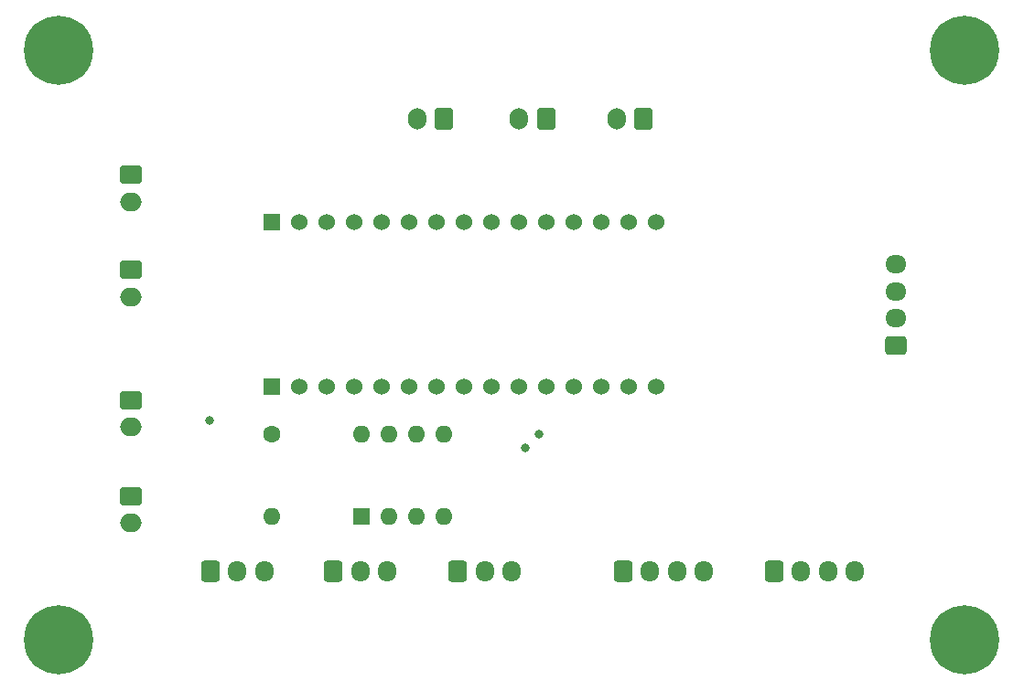
<source format=gbr>
%TF.GenerationSoftware,KiCad,Pcbnew,7.0.5*%
%TF.CreationDate,2023-08-26T18:44:16+09:00*%
%TF.ProjectId,Motherbord_Slave,4d6f7468-6572-4626-9f72-645f536c6176,rev?*%
%TF.SameCoordinates,Original*%
%TF.FileFunction,Soldermask,Bot*%
%TF.FilePolarity,Negative*%
%FSLAX46Y46*%
G04 Gerber Fmt 4.6, Leading zero omitted, Abs format (unit mm)*
G04 Created by KiCad (PCBNEW 7.0.5) date 2023-08-26 18:44:16*
%MOMM*%
%LPD*%
G01*
G04 APERTURE LIST*
G04 Aperture macros list*
%AMRoundRect*
0 Rectangle with rounded corners*
0 $1 Rounding radius*
0 $2 $3 $4 $5 $6 $7 $8 $9 X,Y pos of 4 corners*
0 Add a 4 corners polygon primitive as box body*
4,1,4,$2,$3,$4,$5,$6,$7,$8,$9,$2,$3,0*
0 Add four circle primitives for the rounded corners*
1,1,$1+$1,$2,$3*
1,1,$1+$1,$4,$5*
1,1,$1+$1,$6,$7*
1,1,$1+$1,$8,$9*
0 Add four rect primitives between the rounded corners*
20,1,$1+$1,$2,$3,$4,$5,0*
20,1,$1+$1,$4,$5,$6,$7,0*
20,1,$1+$1,$6,$7,$8,$9,0*
20,1,$1+$1,$8,$9,$2,$3,0*%
G04 Aperture macros list end*
%ADD10R,1.530000X1.530000*%
%ADD11C,1.530000*%
%ADD12C,0.800000*%
%ADD13C,6.400000*%
%ADD14RoundRect,0.250000X-0.750000X0.600000X-0.750000X-0.600000X0.750000X-0.600000X0.750000X0.600000X0*%
%ADD15O,2.000000X1.700000*%
%ADD16RoundRect,0.250000X-0.600000X-0.725000X0.600000X-0.725000X0.600000X0.725000X-0.600000X0.725000X0*%
%ADD17O,1.700000X1.950000*%
%ADD18R,1.600000X1.600000*%
%ADD19O,1.600000X1.600000*%
%ADD20RoundRect,0.250000X0.600000X0.750000X-0.600000X0.750000X-0.600000X-0.750000X0.600000X-0.750000X0*%
%ADD21O,1.700000X2.000000*%
%ADD22C,1.600000*%
%ADD23RoundRect,0.250000X0.725000X-0.600000X0.725000X0.600000X-0.725000X0.600000X-0.725000X-0.600000X0*%
%ADD24O,1.950000X1.700000*%
G04 APERTURE END LIST*
D10*
%TO.C,U1*%
X130810000Y-96520000D03*
D11*
X133350000Y-96520000D03*
X135890000Y-96520000D03*
X138430000Y-96520000D03*
X140970000Y-96520000D03*
X143510000Y-96520000D03*
X146050000Y-96520000D03*
X148590000Y-96520000D03*
X151130000Y-96520000D03*
X153670000Y-96520000D03*
X156210000Y-96520000D03*
X158750000Y-96520000D03*
X161290000Y-96520000D03*
X163830000Y-96520000D03*
X166370000Y-96520000D03*
X166370000Y-81280000D03*
X163830000Y-81280000D03*
X161290000Y-81280000D03*
X158750000Y-81280000D03*
X156210000Y-81280000D03*
X153670000Y-81280000D03*
X151130000Y-81280000D03*
X148590000Y-81280000D03*
X146050000Y-81280000D03*
X143510000Y-81280000D03*
X140970000Y-81280000D03*
X138430000Y-81280000D03*
X135890000Y-81280000D03*
X133350000Y-81280000D03*
D10*
X130810000Y-81280000D03*
%TD*%
D12*
%TO.C,H3*%
X108725000Y-65405000D03*
X109427944Y-63707944D03*
X109427944Y-67102056D03*
X111125000Y-63005000D03*
D13*
X111125000Y-65405000D03*
D12*
X111125000Y-67805000D03*
X112822056Y-63707944D03*
X112822056Y-67102056D03*
X113525000Y-65405000D03*
%TD*%
D14*
%TO.C,J1*%
X117750000Y-97790000D03*
D15*
X117750000Y-100290000D03*
%TD*%
D16*
%TO.C,J3*%
X177285000Y-113665000D03*
D17*
X179785000Y-113665000D03*
X182285000Y-113665000D03*
X184785000Y-113665000D03*
%TD*%
D14*
%TO.C,J17*%
X117750000Y-85745000D03*
D15*
X117750000Y-88245000D03*
%TD*%
D16*
%TO.C,J6*%
X136525000Y-113665000D03*
D17*
X139025000Y-113665000D03*
X141525000Y-113665000D03*
%TD*%
D18*
%TO.C,U2*%
X139075000Y-108575000D03*
D19*
X141615000Y-108575000D03*
X144155000Y-108575000D03*
X146695000Y-108575000D03*
X146695000Y-100955000D03*
X144155000Y-100955000D03*
X141615000Y-100955000D03*
X139075000Y-100955000D03*
%TD*%
D14*
%TO.C,J16*%
X117750000Y-76930000D03*
D15*
X117750000Y-79430000D03*
%TD*%
D16*
%TO.C,J5*%
X125135000Y-113665000D03*
D17*
X127635000Y-113665000D03*
X130135000Y-113665000D03*
%TD*%
D20*
%TO.C,J12*%
X156210000Y-71755000D03*
D21*
X153710000Y-71755000D03*
%TD*%
D12*
%TO.C,H1*%
X192545000Y-65405000D03*
X193247944Y-63707944D03*
X193247944Y-67102056D03*
X194945000Y-63005000D03*
D13*
X194945000Y-65405000D03*
D12*
X194945000Y-67805000D03*
X196642056Y-63707944D03*
X196642056Y-67102056D03*
X197345000Y-65405000D03*
%TD*%
%TO.C,H4*%
X108725000Y-120015000D03*
X109427944Y-118317944D03*
X109427944Y-121712056D03*
X111125000Y-117615000D03*
D13*
X111125000Y-120015000D03*
D12*
X111125000Y-122415000D03*
X112822056Y-118317944D03*
X112822056Y-121712056D03*
X113525000Y-120015000D03*
%TD*%
D20*
%TO.C,J13*%
X165210000Y-71755000D03*
D21*
X162710000Y-71755000D03*
%TD*%
D22*
%TO.C,R1*%
X130810000Y-100965000D03*
D19*
X130810000Y-108585000D03*
%TD*%
D23*
%TO.C,J8*%
X188595000Y-92710000D03*
D24*
X188595000Y-90210000D03*
X188595000Y-87710000D03*
X188595000Y-85210000D03*
%TD*%
D12*
%TO.C,H2*%
X192545000Y-120015000D03*
X193247944Y-118317944D03*
X193247944Y-121712056D03*
X194945000Y-117615000D03*
D13*
X194945000Y-120015000D03*
D12*
X194945000Y-122415000D03*
X196642056Y-118317944D03*
X196642056Y-121712056D03*
X197345000Y-120015000D03*
%TD*%
D16*
%TO.C,J4*%
X163315000Y-113665000D03*
D17*
X165815000Y-113665000D03*
X168315000Y-113665000D03*
X170815000Y-113665000D03*
%TD*%
D20*
%TO.C,J11*%
X146760000Y-71755000D03*
D21*
X144260000Y-71755000D03*
%TD*%
D16*
%TO.C,J7*%
X148035000Y-113665000D03*
D17*
X150535000Y-113665000D03*
X153035000Y-113665000D03*
%TD*%
D14*
%TO.C,J2*%
X117750000Y-106680000D03*
D15*
X117750000Y-109180000D03*
%TD*%
D12*
X125095000Y-99695000D03*
X154305000Y-102235000D03*
X155575000Y-100965000D03*
M02*

</source>
